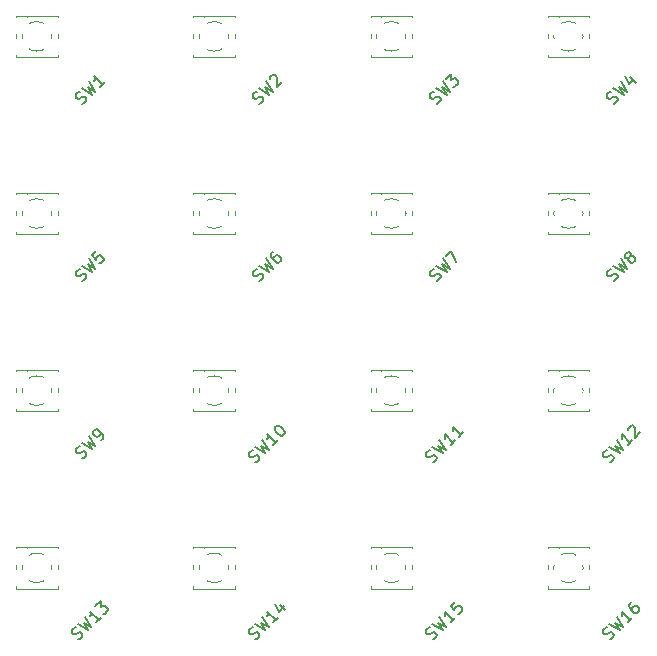
<source format=gto>
G04 #@! TF.FileFunction,Legend,Top*
%FSLAX46Y46*%
G04 Gerber Fmt 4.6, Leading zero omitted, Abs format (unit mm)*
G04 Created by KiCad (PCBNEW 4.0.7-e2-6376~58~ubuntu16.04.1) date Tue Sep 19 16:55:53 2017*
%MOMM*%
%LPD*%
G01*
G04 APERTURE LIST*
%ADD10C,0.100000*%
%ADD11C,0.150000*%
%ADD12C,0.300000*%
%ADD13C,0.700000*%
%ADD14O,0.700000X3.100000*%
%ADD15O,3.100000X0.700000*%
%ADD16O,0.700000X2.400000*%
%ADD17O,1.800000X0.700000*%
%ADD18O,0.700000X1.800000*%
%ADD19R,1.650000X1.350000*%
%ADD20C,2.600000*%
%ADD21C,3.100000*%
G04 APERTURE END LIST*
D10*
X8750000Y52500000D02*
G75*
G03X8750000Y52500000I-1250000J0D01*
G01*
X5750000Y53250000D02*
X6750000Y54250000D01*
X5750000Y54250000D02*
X9250000Y54250000D01*
X5750000Y50750000D02*
X5750000Y54250000D01*
X9250000Y50750000D02*
X5750000Y50750000D01*
X9250000Y54250000D02*
X9250000Y50750000D01*
X23750000Y52500000D02*
G75*
G03X23750000Y52500000I-1250000J0D01*
G01*
X20750000Y53250000D02*
X21750000Y54250000D01*
X20750000Y54250000D02*
X24250000Y54250000D01*
X20750000Y50750000D02*
X20750000Y54250000D01*
X24250000Y50750000D02*
X20750000Y50750000D01*
X24250000Y54250000D02*
X24250000Y50750000D01*
X38750000Y52500000D02*
G75*
G03X38750000Y52500000I-1250000J0D01*
G01*
X35750000Y53250000D02*
X36750000Y54250000D01*
X35750000Y54250000D02*
X39250000Y54250000D01*
X35750000Y50750000D02*
X35750000Y54250000D01*
X39250000Y50750000D02*
X35750000Y50750000D01*
X39250000Y54250000D02*
X39250000Y50750000D01*
X53750000Y52500000D02*
G75*
G03X53750000Y52500000I-1250000J0D01*
G01*
X50750000Y53250000D02*
X51750000Y54250000D01*
X50750000Y54250000D02*
X54250000Y54250000D01*
X50750000Y50750000D02*
X50750000Y54250000D01*
X54250000Y50750000D02*
X50750000Y50750000D01*
X54250000Y54250000D02*
X54250000Y50750000D01*
X8750000Y37500000D02*
G75*
G03X8750000Y37500000I-1250000J0D01*
G01*
X5750000Y38250000D02*
X6750000Y39250000D01*
X5750000Y39250000D02*
X9250000Y39250000D01*
X5750000Y35750000D02*
X5750000Y39250000D01*
X9250000Y35750000D02*
X5750000Y35750000D01*
X9250000Y39250000D02*
X9250000Y35750000D01*
X23750000Y37500000D02*
G75*
G03X23750000Y37500000I-1250000J0D01*
G01*
X20750000Y38250000D02*
X21750000Y39250000D01*
X20750000Y39250000D02*
X24250000Y39250000D01*
X20750000Y35750000D02*
X20750000Y39250000D01*
X24250000Y35750000D02*
X20750000Y35750000D01*
X24250000Y39250000D02*
X24250000Y35750000D01*
X38750000Y37500000D02*
G75*
G03X38750000Y37500000I-1250000J0D01*
G01*
X35750000Y38250000D02*
X36750000Y39250000D01*
X35750000Y39250000D02*
X39250000Y39250000D01*
X35750000Y35750000D02*
X35750000Y39250000D01*
X39250000Y35750000D02*
X35750000Y35750000D01*
X39250000Y39250000D02*
X39250000Y35750000D01*
X53750000Y37500000D02*
G75*
G03X53750000Y37500000I-1250000J0D01*
G01*
X50750000Y38250000D02*
X51750000Y39250000D01*
X50750000Y39250000D02*
X54250000Y39250000D01*
X50750000Y35750000D02*
X50750000Y39250000D01*
X54250000Y35750000D02*
X50750000Y35750000D01*
X54250000Y39250000D02*
X54250000Y35750000D01*
X8750000Y22500000D02*
G75*
G03X8750000Y22500000I-1250000J0D01*
G01*
X5750000Y23250000D02*
X6750000Y24250000D01*
X5750000Y24250000D02*
X9250000Y24250000D01*
X5750000Y20750000D02*
X5750000Y24250000D01*
X9250000Y20750000D02*
X5750000Y20750000D01*
X9250000Y24250000D02*
X9250000Y20750000D01*
X23750000Y22500000D02*
G75*
G03X23750000Y22500000I-1250000J0D01*
G01*
X20750000Y23250000D02*
X21750000Y24250000D01*
X20750000Y24250000D02*
X24250000Y24250000D01*
X20750000Y20750000D02*
X20750000Y24250000D01*
X24250000Y20750000D02*
X20750000Y20750000D01*
X24250000Y24250000D02*
X24250000Y20750000D01*
X38750000Y22500000D02*
G75*
G03X38750000Y22500000I-1250000J0D01*
G01*
X35750000Y23250000D02*
X36750000Y24250000D01*
X35750000Y24250000D02*
X39250000Y24250000D01*
X35750000Y20750000D02*
X35750000Y24250000D01*
X39250000Y20750000D02*
X35750000Y20750000D01*
X39250000Y24250000D02*
X39250000Y20750000D01*
X53750000Y22500000D02*
G75*
G03X53750000Y22500000I-1250000J0D01*
G01*
X50750000Y23250000D02*
X51750000Y24250000D01*
X50750000Y24250000D02*
X54250000Y24250000D01*
X50750000Y20750000D02*
X50750000Y24250000D01*
X54250000Y20750000D02*
X50750000Y20750000D01*
X54250000Y24250000D02*
X54250000Y20750000D01*
X8750000Y7500000D02*
G75*
G03X8750000Y7500000I-1250000J0D01*
G01*
X5750000Y8250000D02*
X6750000Y9250000D01*
X5750000Y9250000D02*
X9250000Y9250000D01*
X5750000Y5750000D02*
X5750000Y9250000D01*
X9250000Y5750000D02*
X5750000Y5750000D01*
X9250000Y9250000D02*
X9250000Y5750000D01*
X23750000Y7500000D02*
G75*
G03X23750000Y7500000I-1250000J0D01*
G01*
X20750000Y8250000D02*
X21750000Y9250000D01*
X20750000Y9250000D02*
X24250000Y9250000D01*
X20750000Y5750000D02*
X20750000Y9250000D01*
X24250000Y5750000D02*
X20750000Y5750000D01*
X24250000Y9250000D02*
X24250000Y5750000D01*
X38750000Y7500000D02*
G75*
G03X38750000Y7500000I-1250000J0D01*
G01*
X35750000Y8250000D02*
X36750000Y9250000D01*
X35750000Y9250000D02*
X39250000Y9250000D01*
X35750000Y5750000D02*
X35750000Y9250000D01*
X39250000Y5750000D02*
X35750000Y5750000D01*
X39250000Y9250000D02*
X39250000Y5750000D01*
X53750000Y7500000D02*
G75*
G03X53750000Y7500000I-1250000J0D01*
G01*
X50750000Y8250000D02*
X51750000Y9250000D01*
X50750000Y9250000D02*
X54250000Y9250000D01*
X50750000Y5750000D02*
X50750000Y9250000D01*
X54250000Y5750000D02*
X50750000Y5750000D01*
X54250000Y9250000D02*
X54250000Y5750000D01*
D11*
X56006683Y16434263D02*
X56141370Y16501607D01*
X56309729Y16669966D01*
X56343401Y16770981D01*
X56343401Y16838325D01*
X56309729Y16939340D01*
X56242386Y17006683D01*
X56141371Y17040355D01*
X56074027Y17040355D01*
X55973012Y17006684D01*
X55804652Y16905668D01*
X55703637Y16871996D01*
X55636294Y16871996D01*
X55535279Y16905668D01*
X55467935Y16973012D01*
X55434263Y17074027D01*
X55434263Y17141370D01*
X55467935Y17242385D01*
X55636294Y17410745D01*
X55770981Y17478088D01*
X55973012Y17747462D02*
X56848477Y17208714D01*
X56478088Y17848478D01*
X57117851Y17478088D01*
X56579103Y18353553D01*
X57925973Y18286210D02*
X57521912Y17882149D01*
X57723942Y18084179D02*
X57016836Y18791286D01*
X57050507Y18622927D01*
X57050507Y18488240D01*
X57016836Y18387225D01*
X57555584Y19195347D02*
X57555584Y19262690D01*
X57589255Y19363706D01*
X57757615Y19532065D01*
X57858630Y19565737D01*
X57925973Y19565737D01*
X58026988Y19532065D01*
X58094332Y19464721D01*
X58161675Y19330035D01*
X58161675Y18521912D01*
X58599408Y18959645D01*
X11343401Y46770981D02*
X11478088Y46838325D01*
X11646447Y47006684D01*
X11680119Y47107699D01*
X11680119Y47175043D01*
X11646447Y47276058D01*
X11579104Y47343401D01*
X11478089Y47377073D01*
X11410745Y47377073D01*
X11309729Y47343402D01*
X11141370Y47242386D01*
X11040355Y47208714D01*
X10973012Y47208714D01*
X10871996Y47242386D01*
X10804653Y47309729D01*
X10770981Y47410745D01*
X10770981Y47478088D01*
X10804653Y47579103D01*
X10973012Y47747462D01*
X11107699Y47814806D01*
X11309729Y48084180D02*
X12185195Y47545431D01*
X11814806Y48185196D01*
X12454569Y47814806D01*
X11915821Y48690271D01*
X13262691Y48622928D02*
X12858630Y48218867D01*
X13060660Y48420897D02*
X12353553Y49128004D01*
X12387225Y48959645D01*
X12387225Y48824958D01*
X12353553Y48723943D01*
X26343401Y46770981D02*
X26478088Y46838325D01*
X26646447Y47006684D01*
X26680119Y47107699D01*
X26680119Y47175043D01*
X26646447Y47276058D01*
X26579104Y47343401D01*
X26478089Y47377073D01*
X26410745Y47377073D01*
X26309729Y47343402D01*
X26141370Y47242386D01*
X26040355Y47208714D01*
X25973012Y47208714D01*
X25871996Y47242386D01*
X25804653Y47309729D01*
X25770981Y47410745D01*
X25770981Y47478088D01*
X25804653Y47579103D01*
X25973012Y47747462D01*
X26107699Y47814806D01*
X26309729Y48084180D02*
X27185195Y47545431D01*
X26814806Y48185196D01*
X27454569Y47814806D01*
X26915821Y48690271D01*
X27218867Y48858630D02*
X27218867Y48925973D01*
X27252538Y49026988D01*
X27420898Y49195348D01*
X27521913Y49229019D01*
X27589256Y49229019D01*
X27690271Y49195348D01*
X27757615Y49128004D01*
X27824958Y48993317D01*
X27824958Y48185195D01*
X28262691Y48622928D01*
X41343401Y46770981D02*
X41478088Y46838325D01*
X41646447Y47006684D01*
X41680119Y47107699D01*
X41680119Y47175043D01*
X41646447Y47276058D01*
X41579104Y47343401D01*
X41478089Y47377073D01*
X41410745Y47377073D01*
X41309729Y47343402D01*
X41141370Y47242386D01*
X41040355Y47208714D01*
X40973012Y47208714D01*
X40871996Y47242386D01*
X40804653Y47309729D01*
X40770981Y47410745D01*
X40770981Y47478088D01*
X40804653Y47579103D01*
X40973012Y47747462D01*
X41107699Y47814806D01*
X41309729Y48084180D02*
X42185195Y47545431D01*
X41814806Y48185196D01*
X42454569Y47814806D01*
X41915821Y48690271D01*
X42117851Y48892302D02*
X42555584Y49330035D01*
X42589255Y48824958D01*
X42690271Y48925974D01*
X42791286Y48959646D01*
X42858630Y48959646D01*
X42959646Y48925973D01*
X43128004Y48757615D01*
X43161676Y48656600D01*
X43161676Y48589256D01*
X43128004Y48488241D01*
X42925973Y48286210D01*
X42824958Y48252538D01*
X42757615Y48252538D01*
X56343401Y46770981D02*
X56478088Y46838325D01*
X56646447Y47006684D01*
X56680119Y47107699D01*
X56680119Y47175043D01*
X56646447Y47276058D01*
X56579104Y47343401D01*
X56478089Y47377073D01*
X56410745Y47377073D01*
X56309729Y47343402D01*
X56141370Y47242386D01*
X56040355Y47208714D01*
X55973012Y47208714D01*
X55871996Y47242386D01*
X55804653Y47309729D01*
X55770981Y47410745D01*
X55770981Y47478088D01*
X55804653Y47579103D01*
X55973012Y47747462D01*
X56107699Y47814806D01*
X56309729Y48084180D02*
X57185195Y47545431D01*
X56814806Y48185196D01*
X57454569Y47814806D01*
X56915821Y48690271D01*
X57723943Y49026989D02*
X58195348Y48555584D01*
X57286210Y49128004D02*
X57622928Y48454569D01*
X58060661Y48892302D01*
X11343401Y31770981D02*
X11478088Y31838325D01*
X11646447Y32006684D01*
X11680119Y32107699D01*
X11680119Y32175043D01*
X11646447Y32276058D01*
X11579104Y32343401D01*
X11478089Y32377073D01*
X11410745Y32377073D01*
X11309729Y32343402D01*
X11141370Y32242386D01*
X11040355Y32208714D01*
X10973012Y32208714D01*
X10871996Y32242386D01*
X10804653Y32309729D01*
X10770981Y32410745D01*
X10770981Y32478088D01*
X10804653Y32579103D01*
X10973012Y32747462D01*
X11107699Y32814806D01*
X11309729Y33084180D02*
X12185195Y32545431D01*
X11814806Y33185196D01*
X12454569Y32814806D01*
X11915821Y33690271D01*
X12521913Y34296363D02*
X12185195Y33959645D01*
X12488240Y33589256D01*
X12488240Y33656600D01*
X12521912Y33757615D01*
X12690271Y33925974D01*
X12791286Y33959646D01*
X12858630Y33959646D01*
X12959646Y33925973D01*
X13128004Y33757615D01*
X13161676Y33656600D01*
X13161676Y33589256D01*
X13128004Y33488241D01*
X12959645Y33319882D01*
X12858630Y33286210D01*
X12791286Y33286210D01*
X26343401Y31770981D02*
X26478088Y31838325D01*
X26646447Y32006684D01*
X26680119Y32107699D01*
X26680119Y32175043D01*
X26646447Y32276058D01*
X26579104Y32343401D01*
X26478089Y32377073D01*
X26410745Y32377073D01*
X26309729Y32343402D01*
X26141370Y32242386D01*
X26040355Y32208714D01*
X25973012Y32208714D01*
X25871996Y32242386D01*
X25804653Y32309729D01*
X25770981Y32410745D01*
X25770981Y32478088D01*
X25804653Y32579103D01*
X25973012Y32747462D01*
X26107699Y32814806D01*
X26309729Y33084180D02*
X27185195Y32545431D01*
X26814806Y33185196D01*
X27454569Y32814806D01*
X26915821Y33690271D01*
X27488241Y34262691D02*
X27353553Y34128004D01*
X27319882Y34026988D01*
X27319882Y33959645D01*
X27353553Y33791286D01*
X27454569Y33622928D01*
X27723943Y33353553D01*
X27824958Y33319882D01*
X27892302Y33319882D01*
X27993317Y33353553D01*
X28128004Y33488241D01*
X28161676Y33589256D01*
X28161676Y33656600D01*
X28128004Y33757615D01*
X27959646Y33925973D01*
X27858630Y33959646D01*
X27791286Y33959646D01*
X27690271Y33925974D01*
X27555584Y33791286D01*
X27521912Y33690271D01*
X27521912Y33622928D01*
X27555584Y33521912D01*
X41343401Y31770981D02*
X41478088Y31838325D01*
X41646447Y32006684D01*
X41680119Y32107699D01*
X41680119Y32175043D01*
X41646447Y32276058D01*
X41579104Y32343401D01*
X41478089Y32377073D01*
X41410745Y32377073D01*
X41309729Y32343402D01*
X41141370Y32242386D01*
X41040355Y32208714D01*
X40973012Y32208714D01*
X40871996Y32242386D01*
X40804653Y32309729D01*
X40770981Y32410745D01*
X40770981Y32478088D01*
X40804653Y32579103D01*
X40973012Y32747462D01*
X41107699Y32814806D01*
X41309729Y33084180D02*
X42185195Y32545431D01*
X41814806Y33185196D01*
X42454569Y32814806D01*
X41915821Y33690271D01*
X42117851Y33892302D02*
X42589256Y34363706D01*
X42993317Y33353553D01*
X56343401Y31770981D02*
X56478088Y31838325D01*
X56646447Y32006684D01*
X56680119Y32107699D01*
X56680119Y32175043D01*
X56646447Y32276058D01*
X56579104Y32343401D01*
X56478089Y32377073D01*
X56410745Y32377073D01*
X56309729Y32343402D01*
X56141370Y32242386D01*
X56040355Y32208714D01*
X55973012Y32208714D01*
X55871996Y32242386D01*
X55804653Y32309729D01*
X55770981Y32410745D01*
X55770981Y32478088D01*
X55804653Y32579103D01*
X55973012Y32747462D01*
X56107699Y32814806D01*
X56309729Y33084180D02*
X57185195Y32545431D01*
X56814806Y33185196D01*
X57454569Y32814806D01*
X56915821Y33690271D01*
X57589255Y33757615D02*
X57488240Y33723943D01*
X57420897Y33723943D01*
X57319882Y33757615D01*
X57286210Y33791286D01*
X57252538Y33892302D01*
X57252538Y33959645D01*
X57286210Y34060660D01*
X57420898Y34195348D01*
X57521913Y34229019D01*
X57589256Y34229019D01*
X57690271Y34195348D01*
X57723943Y34161676D01*
X57757615Y34060661D01*
X57757615Y33993317D01*
X57723943Y33892302D01*
X57589255Y33757615D01*
X57555584Y33656600D01*
X57555584Y33589256D01*
X57589256Y33488240D01*
X57723943Y33353553D01*
X57824958Y33319882D01*
X57892302Y33319882D01*
X57993317Y33353553D01*
X58128004Y33488241D01*
X58161676Y33589256D01*
X58161676Y33656600D01*
X58128004Y33757615D01*
X57993317Y33892302D01*
X57892302Y33925974D01*
X57824958Y33925974D01*
X57723943Y33892302D01*
X11343401Y16770981D02*
X11478088Y16838325D01*
X11646447Y17006684D01*
X11680119Y17107699D01*
X11680119Y17175043D01*
X11646447Y17276058D01*
X11579104Y17343401D01*
X11478089Y17377073D01*
X11410745Y17377073D01*
X11309729Y17343402D01*
X11141370Y17242386D01*
X11040355Y17208714D01*
X10973012Y17208714D01*
X10871996Y17242386D01*
X10804653Y17309729D01*
X10770981Y17410745D01*
X10770981Y17478088D01*
X10804653Y17579103D01*
X10973012Y17747462D01*
X11107699Y17814806D01*
X11309729Y18084180D02*
X12185195Y17545431D01*
X11814806Y18185196D01*
X12454569Y17814806D01*
X11915821Y18690271D01*
X12925973Y18286210D02*
X13060660Y18420897D01*
X13094333Y18521913D01*
X13094333Y18589256D01*
X13060661Y18757615D01*
X12959646Y18925973D01*
X12690271Y19195348D01*
X12589256Y19229019D01*
X12521913Y19229019D01*
X12420898Y19195348D01*
X12286210Y19060660D01*
X12252538Y18959645D01*
X12252538Y18892302D01*
X12286210Y18791286D01*
X12454569Y18622928D01*
X12555584Y18589256D01*
X12622928Y18589255D01*
X12723943Y18622927D01*
X12858631Y18757615D01*
X12892302Y18858630D01*
X12892302Y18925974D01*
X12858630Y19026989D01*
X26006683Y16434263D02*
X26141370Y16501607D01*
X26309729Y16669966D01*
X26343401Y16770981D01*
X26343401Y16838325D01*
X26309729Y16939340D01*
X26242386Y17006683D01*
X26141371Y17040355D01*
X26074027Y17040355D01*
X25973012Y17006684D01*
X25804652Y16905668D01*
X25703637Y16871996D01*
X25636294Y16871996D01*
X25535279Y16905668D01*
X25467935Y16973012D01*
X25434263Y17074027D01*
X25434263Y17141370D01*
X25467935Y17242385D01*
X25636294Y17410745D01*
X25770981Y17478088D01*
X25973012Y17747462D02*
X26848477Y17208714D01*
X26478088Y17848478D01*
X27117851Y17478088D01*
X26579103Y18353553D01*
X27925973Y18286210D02*
X27521912Y17882149D01*
X27723942Y18084179D02*
X27016836Y18791286D01*
X27050507Y18622927D01*
X27050507Y18488240D01*
X27016836Y18387225D01*
X27656599Y19431049D02*
X27723943Y19498393D01*
X27824958Y19532065D01*
X27892302Y19532065D01*
X27993317Y19498393D01*
X28161675Y19397378D01*
X28330035Y19229019D01*
X28431050Y19060660D01*
X28464721Y18959645D01*
X28464721Y18892302D01*
X28431050Y18791286D01*
X28363706Y18723942D01*
X28262690Y18690271D01*
X28195347Y18690271D01*
X28094332Y18723942D01*
X27925973Y18824957D01*
X27757614Y18993317D01*
X27656599Y19161675D01*
X27622927Y19262690D01*
X27622927Y19330034D01*
X27656599Y19431049D01*
X41006683Y16434263D02*
X41141370Y16501607D01*
X41309729Y16669966D01*
X41343401Y16770981D01*
X41343401Y16838325D01*
X41309729Y16939340D01*
X41242386Y17006683D01*
X41141371Y17040355D01*
X41074027Y17040355D01*
X40973012Y17006684D01*
X40804652Y16905668D01*
X40703637Y16871996D01*
X40636294Y16871996D01*
X40535279Y16905668D01*
X40467935Y16973012D01*
X40434263Y17074027D01*
X40434263Y17141370D01*
X40467935Y17242385D01*
X40636294Y17410745D01*
X40770981Y17478088D01*
X40973012Y17747462D02*
X41848477Y17208714D01*
X41478088Y17848478D01*
X42117851Y17478088D01*
X41579103Y18353553D01*
X42925973Y18286210D02*
X42521912Y17882149D01*
X42723942Y18084179D02*
X42016836Y18791286D01*
X42050507Y18622927D01*
X42050507Y18488240D01*
X42016836Y18387225D01*
X43599408Y18959645D02*
X43195347Y18555584D01*
X43397377Y18757614D02*
X42690271Y19464721D01*
X42723942Y19296362D01*
X42723942Y19161675D01*
X42690271Y19060660D01*
X11006683Y1434263D02*
X11141370Y1501607D01*
X11309729Y1669966D01*
X11343401Y1770981D01*
X11343401Y1838325D01*
X11309729Y1939340D01*
X11242386Y2006683D01*
X11141371Y2040355D01*
X11074027Y2040355D01*
X10973012Y2006684D01*
X10804652Y1905668D01*
X10703637Y1871996D01*
X10636294Y1871996D01*
X10535279Y1905668D01*
X10467935Y1973012D01*
X10434263Y2074027D01*
X10434263Y2141370D01*
X10467935Y2242385D01*
X10636294Y2410745D01*
X10770981Y2478088D01*
X10973012Y2747462D02*
X11848477Y2208714D01*
X11478088Y2848478D01*
X12117851Y2478088D01*
X11579103Y3353553D01*
X12925973Y3286210D02*
X12521912Y2882149D01*
X12723942Y3084179D02*
X12016836Y3791286D01*
X12050507Y3622927D01*
X12050507Y3488240D01*
X12016836Y3387225D01*
X12454569Y4229019D02*
X12892302Y4666752D01*
X12925973Y4161675D01*
X13026988Y4262691D01*
X13128004Y4296363D01*
X13195347Y4296363D01*
X13296363Y4262690D01*
X13464721Y4094332D01*
X13498393Y3993317D01*
X13498393Y3925973D01*
X13464721Y3824958D01*
X13262690Y3622927D01*
X13161675Y3589255D01*
X13094332Y3589255D01*
X26006683Y1434263D02*
X26141370Y1501607D01*
X26309729Y1669966D01*
X26343401Y1770981D01*
X26343401Y1838325D01*
X26309729Y1939340D01*
X26242386Y2006683D01*
X26141371Y2040355D01*
X26074027Y2040355D01*
X25973012Y2006684D01*
X25804652Y1905668D01*
X25703637Y1871996D01*
X25636294Y1871996D01*
X25535279Y1905668D01*
X25467935Y1973012D01*
X25434263Y2074027D01*
X25434263Y2141370D01*
X25467935Y2242385D01*
X25636294Y2410745D01*
X25770981Y2478088D01*
X25973012Y2747462D02*
X26848477Y2208714D01*
X26478088Y2848478D01*
X27117851Y2478088D01*
X26579103Y3353553D01*
X27925973Y3286210D02*
X27521912Y2882149D01*
X27723942Y3084179D02*
X27016836Y3791286D01*
X27050507Y3622927D01*
X27050507Y3488240D01*
X27016836Y3387225D01*
X28060660Y4363706D02*
X28532065Y3892302D01*
X27622927Y4464721D02*
X27959645Y3791286D01*
X28397378Y4229019D01*
X41006683Y1434263D02*
X41141370Y1501607D01*
X41309729Y1669966D01*
X41343401Y1770981D01*
X41343401Y1838325D01*
X41309729Y1939340D01*
X41242386Y2006683D01*
X41141371Y2040355D01*
X41074027Y2040355D01*
X40973012Y2006684D01*
X40804652Y1905668D01*
X40703637Y1871996D01*
X40636294Y1871996D01*
X40535279Y1905668D01*
X40467935Y1973012D01*
X40434263Y2074027D01*
X40434263Y2141370D01*
X40467935Y2242385D01*
X40636294Y2410745D01*
X40770981Y2478088D01*
X40973012Y2747462D02*
X41848477Y2208714D01*
X41478088Y2848478D01*
X42117851Y2478088D01*
X41579103Y3353553D01*
X42925973Y3286210D02*
X42521912Y2882149D01*
X42723942Y3084179D02*
X42016836Y3791286D01*
X42050507Y3622927D01*
X42050507Y3488240D01*
X42016836Y3387225D01*
X42858630Y4633080D02*
X42521912Y4296362D01*
X42824957Y3925973D01*
X42824957Y3993317D01*
X42858629Y4094332D01*
X43026988Y4262691D01*
X43128004Y4296363D01*
X43195347Y4296363D01*
X43296363Y4262690D01*
X43464721Y4094332D01*
X43498393Y3993317D01*
X43498393Y3925973D01*
X43464721Y3824958D01*
X43296362Y3656599D01*
X43195347Y3622927D01*
X43128004Y3622927D01*
X56006683Y1434263D02*
X56141370Y1501607D01*
X56309729Y1669966D01*
X56343401Y1770981D01*
X56343401Y1838325D01*
X56309729Y1939340D01*
X56242386Y2006683D01*
X56141371Y2040355D01*
X56074027Y2040355D01*
X55973012Y2006684D01*
X55804652Y1905668D01*
X55703637Y1871996D01*
X55636294Y1871996D01*
X55535279Y1905668D01*
X55467935Y1973012D01*
X55434263Y2074027D01*
X55434263Y2141370D01*
X55467935Y2242385D01*
X55636294Y2410745D01*
X55770981Y2478088D01*
X55973012Y2747462D02*
X56848477Y2208714D01*
X56478088Y2848478D01*
X57117851Y2478088D01*
X56579103Y3353553D01*
X57925973Y3286210D02*
X57521912Y2882149D01*
X57723942Y3084179D02*
X57016836Y3791286D01*
X57050507Y3622927D01*
X57050507Y3488240D01*
X57016836Y3387225D01*
X57824958Y4599408D02*
X57690271Y4464721D01*
X57656599Y4363706D01*
X57656599Y4296362D01*
X57690271Y4128004D01*
X57791286Y3959645D01*
X58060660Y3690271D01*
X58161675Y3656599D01*
X58229019Y3656599D01*
X58330034Y3690271D01*
X58464721Y3824958D01*
X58498393Y3925973D01*
X58498393Y3993317D01*
X58464721Y4094332D01*
X58296363Y4262690D01*
X58195347Y4296363D01*
X58128004Y4296363D01*
X58026988Y4262691D01*
X57892301Y4128004D01*
X57858629Y4026988D01*
X57858629Y3959645D01*
X57892302Y3858629D01*
%LPC*%
D12*
X57250000Y22500000D02*
G75*
G03X57250000Y22500000I-4750000J0D01*
G01*
X57000000Y22500000D02*
G75*
G03X57000000Y22500000I-4500000J0D01*
G01*
X56750000Y22500000D02*
G75*
G03X56750000Y22500000I-4250000J0D01*
G01*
X56500000Y22500000D02*
G75*
G03X56500000Y22500000I-4000000J0D01*
G01*
X56258324Y22500000D02*
G75*
G03X56258324Y22500000I-3758324J0D01*
G01*
X56000000Y22500000D02*
G75*
G03X56000000Y22500000I-3500000J0D01*
G01*
X55750000Y22500000D02*
G75*
G03X55750000Y22500000I-3250000J0D01*
G01*
X12250000Y52500000D02*
G75*
G03X12250000Y52500000I-4750000J0D01*
G01*
X12000000Y52500000D02*
G75*
G03X12000000Y52500000I-4500000J0D01*
G01*
X11750000Y52500000D02*
G75*
G03X11750000Y52500000I-4250000J0D01*
G01*
X11500000Y52500000D02*
G75*
G03X11500000Y52500000I-4000000J0D01*
G01*
X11258324Y52500000D02*
G75*
G03X11258324Y52500000I-3758324J0D01*
G01*
X11000000Y52500000D02*
G75*
G03X11000000Y52500000I-3500000J0D01*
G01*
X10750000Y52500000D02*
G75*
G03X10750000Y52500000I-3250000J0D01*
G01*
X27250000Y52500000D02*
G75*
G03X27250000Y52500000I-4750000J0D01*
G01*
X27000000Y52500000D02*
G75*
G03X27000000Y52500000I-4500000J0D01*
G01*
X26750000Y52500000D02*
G75*
G03X26750000Y52500000I-4250000J0D01*
G01*
X26500000Y52500000D02*
G75*
G03X26500000Y52500000I-4000000J0D01*
G01*
X26258324Y52500000D02*
G75*
G03X26258324Y52500000I-3758324J0D01*
G01*
X26000000Y52500000D02*
G75*
G03X26000000Y52500000I-3500000J0D01*
G01*
X25750000Y52500000D02*
G75*
G03X25750000Y52500000I-3250000J0D01*
G01*
X42250000Y52500000D02*
G75*
G03X42250000Y52500000I-4750000J0D01*
G01*
X42000000Y52500000D02*
G75*
G03X42000000Y52500000I-4500000J0D01*
G01*
X41750000Y52500000D02*
G75*
G03X41750000Y52500000I-4250000J0D01*
G01*
X41500000Y52500000D02*
G75*
G03X41500000Y52500000I-4000000J0D01*
G01*
X41258324Y52500000D02*
G75*
G03X41258324Y52500000I-3758324J0D01*
G01*
X41000000Y52500000D02*
G75*
G03X41000000Y52500000I-3500000J0D01*
G01*
X40750000Y52500000D02*
G75*
G03X40750000Y52500000I-3250000J0D01*
G01*
X57250000Y52500000D02*
G75*
G03X57250000Y52500000I-4750000J0D01*
G01*
X57000000Y52500000D02*
G75*
G03X57000000Y52500000I-4500000J0D01*
G01*
X56750000Y52500000D02*
G75*
G03X56750000Y52500000I-4250000J0D01*
G01*
X56500000Y52500000D02*
G75*
G03X56500000Y52500000I-4000000J0D01*
G01*
X56258324Y52500000D02*
G75*
G03X56258324Y52500000I-3758324J0D01*
G01*
X56000000Y52500000D02*
G75*
G03X56000000Y52500000I-3500000J0D01*
G01*
X55750000Y52500000D02*
G75*
G03X55750000Y52500000I-3250000J0D01*
G01*
X12250000Y37500000D02*
G75*
G03X12250000Y37500000I-4750000J0D01*
G01*
X12000000Y37500000D02*
G75*
G03X12000000Y37500000I-4500000J0D01*
G01*
X11750000Y37500000D02*
G75*
G03X11750000Y37500000I-4250000J0D01*
G01*
X11500000Y37500000D02*
G75*
G03X11500000Y37500000I-4000000J0D01*
G01*
X11258324Y37500000D02*
G75*
G03X11258324Y37500000I-3758324J0D01*
G01*
X11000000Y37500000D02*
G75*
G03X11000000Y37500000I-3500000J0D01*
G01*
X10750000Y37500000D02*
G75*
G03X10750000Y37500000I-3250000J0D01*
G01*
X27250000Y37500000D02*
G75*
G03X27250000Y37500000I-4750000J0D01*
G01*
X27000000Y37500000D02*
G75*
G03X27000000Y37500000I-4500000J0D01*
G01*
X26750000Y37500000D02*
G75*
G03X26750000Y37500000I-4250000J0D01*
G01*
X26500000Y37500000D02*
G75*
G03X26500000Y37500000I-4000000J0D01*
G01*
X26258324Y37500000D02*
G75*
G03X26258324Y37500000I-3758324J0D01*
G01*
X26000000Y37500000D02*
G75*
G03X26000000Y37500000I-3500000J0D01*
G01*
X25750000Y37500000D02*
G75*
G03X25750000Y37500000I-3250000J0D01*
G01*
X42250000Y37500000D02*
G75*
G03X42250000Y37500000I-4750000J0D01*
G01*
X42000000Y37500000D02*
G75*
G03X42000000Y37500000I-4500000J0D01*
G01*
X41750000Y37500000D02*
G75*
G03X41750000Y37500000I-4250000J0D01*
G01*
X41500000Y37500000D02*
G75*
G03X41500000Y37500000I-4000000J0D01*
G01*
X41258324Y37500000D02*
G75*
G03X41258324Y37500000I-3758324J0D01*
G01*
X41000000Y37500000D02*
G75*
G03X41000000Y37500000I-3500000J0D01*
G01*
X40750000Y37500000D02*
G75*
G03X40750000Y37500000I-3250000J0D01*
G01*
X57250000Y37500000D02*
G75*
G03X57250000Y37500000I-4750000J0D01*
G01*
X57000000Y37500000D02*
G75*
G03X57000000Y37500000I-4500000J0D01*
G01*
X56750000Y37500000D02*
G75*
G03X56750000Y37500000I-4250000J0D01*
G01*
X56500000Y37500000D02*
G75*
G03X56500000Y37500000I-4000000J0D01*
G01*
X56258324Y37500000D02*
G75*
G03X56258324Y37500000I-3758324J0D01*
G01*
X56000000Y37500000D02*
G75*
G03X56000000Y37500000I-3500000J0D01*
G01*
X55750000Y37500000D02*
G75*
G03X55750000Y37500000I-3250000J0D01*
G01*
X12250000Y22500000D02*
G75*
G03X12250000Y22500000I-4750000J0D01*
G01*
X12000000Y22500000D02*
G75*
G03X12000000Y22500000I-4500000J0D01*
G01*
X11750000Y22500000D02*
G75*
G03X11750000Y22500000I-4250000J0D01*
G01*
X11500000Y22500000D02*
G75*
G03X11500000Y22500000I-4000000J0D01*
G01*
X11258324Y22500000D02*
G75*
G03X11258324Y22500000I-3758324J0D01*
G01*
X11000000Y22500000D02*
G75*
G03X11000000Y22500000I-3500000J0D01*
G01*
X10750000Y22500000D02*
G75*
G03X10750000Y22500000I-3250000J0D01*
G01*
X27250000Y22500000D02*
G75*
G03X27250000Y22500000I-4750000J0D01*
G01*
X27000000Y22500000D02*
G75*
G03X27000000Y22500000I-4500000J0D01*
G01*
X26750000Y22500000D02*
G75*
G03X26750000Y22500000I-4250000J0D01*
G01*
X26500000Y22500000D02*
G75*
G03X26500000Y22500000I-4000000J0D01*
G01*
X26258324Y22500000D02*
G75*
G03X26258324Y22500000I-3758324J0D01*
G01*
X26000000Y22500000D02*
G75*
G03X26000000Y22500000I-3500000J0D01*
G01*
X25750000Y22500000D02*
G75*
G03X25750000Y22500000I-3250000J0D01*
G01*
X42250000Y22500000D02*
G75*
G03X42250000Y22500000I-4750000J0D01*
G01*
X42000000Y22500000D02*
G75*
G03X42000000Y22500000I-4500000J0D01*
G01*
X41750000Y22500000D02*
G75*
G03X41750000Y22500000I-4250000J0D01*
G01*
X41500000Y22500000D02*
G75*
G03X41500000Y22500000I-4000000J0D01*
G01*
X41258324Y22500000D02*
G75*
G03X41258324Y22500000I-3758324J0D01*
G01*
X41000000Y22500000D02*
G75*
G03X41000000Y22500000I-3500000J0D01*
G01*
X40750000Y22500000D02*
G75*
G03X40750000Y22500000I-3250000J0D01*
G01*
X12250000Y7500000D02*
G75*
G03X12250000Y7500000I-4750000J0D01*
G01*
X12000000Y7500000D02*
G75*
G03X12000000Y7500000I-4500000J0D01*
G01*
X11750000Y7500000D02*
G75*
G03X11750000Y7500000I-4250000J0D01*
G01*
X11500000Y7500000D02*
G75*
G03X11500000Y7500000I-4000000J0D01*
G01*
X11258324Y7500000D02*
G75*
G03X11258324Y7500000I-3758324J0D01*
G01*
X11000000Y7500000D02*
G75*
G03X11000000Y7500000I-3500000J0D01*
G01*
X10750000Y7500000D02*
G75*
G03X10750000Y7500000I-3250000J0D01*
G01*
X27250000Y7500000D02*
G75*
G03X27250000Y7500000I-4750000J0D01*
G01*
X27000000Y7500000D02*
G75*
G03X27000000Y7500000I-4500000J0D01*
G01*
X26750000Y7500000D02*
G75*
G03X26750000Y7500000I-4250000J0D01*
G01*
X26500000Y7500000D02*
G75*
G03X26500000Y7500000I-4000000J0D01*
G01*
X26258324Y7500000D02*
G75*
G03X26258324Y7500000I-3758324J0D01*
G01*
X26000000Y7500000D02*
G75*
G03X26000000Y7500000I-3500000J0D01*
G01*
X25750000Y7500000D02*
G75*
G03X25750000Y7500000I-3250000J0D01*
G01*
X42250000Y7500000D02*
G75*
G03X42250000Y7500000I-4750000J0D01*
G01*
X42000000Y7500000D02*
G75*
G03X42000000Y7500000I-4500000J0D01*
G01*
X41750000Y7500000D02*
G75*
G03X41750000Y7500000I-4250000J0D01*
G01*
X41500000Y7500000D02*
G75*
G03X41500000Y7500000I-4000000J0D01*
G01*
X41258324Y7500000D02*
G75*
G03X41258324Y7500000I-3758324J0D01*
G01*
X41000000Y7500000D02*
G75*
G03X41000000Y7500000I-3500000J0D01*
G01*
X40750000Y7500000D02*
G75*
G03X40750000Y7500000I-3250000J0D01*
G01*
X57250000Y7500000D02*
G75*
G03X57250000Y7500000I-4750000J0D01*
G01*
X57000000Y7500000D02*
G75*
G03X57000000Y7500000I-4500000J0D01*
G01*
X56750000Y7500000D02*
G75*
G03X56750000Y7500000I-4250000J0D01*
G01*
X56500000Y7500000D02*
G75*
G03X56500000Y7500000I-4000000J0D01*
G01*
X56258324Y7500000D02*
G75*
G03X56258324Y7500000I-3758324J0D01*
G01*
X56000000Y7500000D02*
G75*
G03X56000000Y7500000I-3500000J0D01*
G01*
X55750000Y7500000D02*
G75*
G03X55750000Y7500000I-3250000J0D01*
G01*
D13*
X52539072Y25543595D02*
X53987960Y25155367D01*
X51012040Y25155367D02*
X52460928Y25543595D01*
X49883705Y24055635D02*
X50944365Y25116295D01*
X49456405Y22539072D02*
X49844633Y23987960D01*
X49844633Y21012040D02*
X49456405Y22460928D01*
X50944365Y19883705D02*
X49883705Y20944365D01*
X52460928Y19456405D02*
X51012040Y19844633D01*
X53987960Y19844633D02*
X52539072Y19456405D01*
X55116295Y20944365D02*
X54055635Y19883705D01*
X55543595Y22460928D02*
X55155367Y21012040D01*
X55155367Y23987960D02*
X55543595Y22539072D01*
X54055635Y25116295D02*
X55116295Y24055635D01*
X53405867Y25880741D02*
X53716449Y27039851D01*
X49085770Y26013621D02*
X51164230Y27213621D01*
X47786379Y23835771D02*
X48986379Y25914231D01*
D14*
X47750000Y22500001D03*
D13*
X48986379Y19085770D02*
X47786379Y21164230D01*
X51164229Y17786379D02*
X49085769Y18986379D01*
D15*
X52499999Y17750000D03*
D13*
X55914230Y18986379D02*
X53835770Y17786379D01*
X57213621Y21164229D02*
X56013621Y19085769D01*
D14*
X57250000Y22499999D03*
D13*
X56013621Y25914230D02*
X57213621Y23835770D01*
X53835771Y27213621D02*
X55914231Y26013621D01*
D16*
X52500001Y26500000D03*
D13*
X51594133Y25880741D02*
X51283551Y27039851D01*
X50025126Y24974874D02*
X49176598Y25823402D01*
X49119259Y23405867D02*
X47960149Y23716449D01*
X49119259Y21594133D02*
X47960149Y21283551D01*
X50025126Y20025126D02*
X49176598Y19176598D01*
X51594133Y19119259D02*
X51283551Y17960149D01*
X53405867Y19119259D02*
X53716449Y17960149D01*
X54974874Y20025126D02*
X55823402Y19176598D01*
X55880741Y21594133D02*
X57039851Y21283551D01*
X55880741Y23405867D02*
X57039851Y23716449D01*
X54974874Y24974874D02*
X55823402Y25823402D01*
X54050000Y25184678D02*
X54600000Y26137306D01*
X55184679Y24049999D02*
X56137307Y24599999D01*
D17*
X56150000Y22500000D03*
D13*
X55184678Y20950000D02*
X56137306Y20400000D01*
X54049999Y19815321D02*
X54599999Y18862693D01*
D18*
X52500000Y18850000D03*
D13*
X50950000Y19815322D02*
X50400000Y18862694D01*
X49815321Y20950001D02*
X48862693Y20400001D01*
D17*
X48850000Y22500000D03*
D13*
X49815322Y24050000D02*
X48862694Y24600000D01*
X50950001Y25184679D02*
X50400001Y26137307D01*
D19*
X8900000Y53375000D03*
X8900000Y51625000D03*
X6100000Y51625000D03*
X6100000Y53375000D03*
X23900000Y53375000D03*
X23900000Y51625000D03*
X21100000Y51625000D03*
X21100000Y53375000D03*
X38900000Y53375000D03*
X38900000Y51625000D03*
X36100000Y51625000D03*
X36100000Y53375000D03*
X53900000Y53375000D03*
X53900000Y51625000D03*
X51100000Y51625000D03*
X51100000Y53375000D03*
X8900000Y38375000D03*
X8900000Y36625000D03*
X6100000Y36625000D03*
X6100000Y38375000D03*
X23900000Y38375000D03*
X23900000Y36625000D03*
X21100000Y36625000D03*
X21100000Y38375000D03*
X38900000Y38375000D03*
X38900000Y36625000D03*
X36100000Y36625000D03*
X36100000Y38375000D03*
X53900000Y38375000D03*
X53900000Y36625000D03*
X51100000Y36625000D03*
X51100000Y38375000D03*
X8900000Y23375000D03*
X8900000Y21625000D03*
X6100000Y21625000D03*
X6100000Y23375000D03*
X23900000Y23375000D03*
X23900000Y21625000D03*
X21100000Y21625000D03*
X21100000Y23375000D03*
X38900000Y23375000D03*
X38900000Y21625000D03*
X36100000Y21625000D03*
X36100000Y23375000D03*
X53900000Y23375000D03*
X53900000Y21625000D03*
X51100000Y21625000D03*
X51100000Y23375000D03*
X8900000Y8375000D03*
X8900000Y6625000D03*
X6100000Y6625000D03*
X6100000Y8375000D03*
X23900000Y8375000D03*
X23900000Y6625000D03*
X21100000Y6625000D03*
X21100000Y8375000D03*
X38900000Y8375000D03*
X38900000Y6625000D03*
X36100000Y6625000D03*
X36100000Y8375000D03*
X53900000Y8375000D03*
X53900000Y6625000D03*
X51100000Y6625000D03*
X51100000Y8375000D03*
D20*
X15000000Y45000000D03*
X45000000Y45000000D03*
X15000000Y15000000D03*
X45000000Y15000000D03*
D21*
X2000000Y45000000D03*
X28000000Y45000000D03*
X32000000Y45000000D03*
X58000000Y45000000D03*
X2000000Y15000000D03*
X28000000Y15000000D03*
X32000000Y15000000D03*
X58000000Y15000000D03*
D13*
X7460928Y49456405D02*
X6012040Y49844633D01*
X8987960Y49844633D02*
X7539072Y49456405D01*
X10116295Y50944365D02*
X9055635Y49883705D01*
X10543595Y52460928D02*
X10155367Y51012040D01*
X10155367Y53987960D02*
X10543595Y52539072D01*
X9055635Y55116295D02*
X10116295Y54055635D01*
X7539072Y55543595D02*
X8987960Y55155367D01*
X6012040Y55155367D02*
X7460928Y55543595D01*
X4883705Y54055635D02*
X5944365Y55116295D01*
X4456405Y52539072D02*
X4844633Y53987960D01*
X4844633Y51012040D02*
X4456405Y52460928D01*
X5944365Y49883705D02*
X4883705Y50944365D01*
X6594133Y49119259D02*
X6283551Y47960149D01*
X10914230Y48986379D02*
X8835770Y47786379D01*
X12213621Y51164229D02*
X11013621Y49085769D01*
D14*
X12250000Y52499999D03*
D13*
X11013621Y55914230D02*
X12213621Y53835770D01*
X8835771Y57213621D02*
X10914231Y56013621D01*
D15*
X7500001Y57250000D03*
D13*
X4085770Y56013621D02*
X6164230Y57213621D01*
X2786379Y53835771D02*
X3986379Y55914231D01*
D14*
X2750000Y52500001D03*
D13*
X3986379Y49085770D02*
X2786379Y51164230D01*
X6164229Y47786379D02*
X4085769Y48986379D01*
D16*
X7499999Y48500000D03*
D13*
X8405867Y49119259D02*
X8716449Y47960149D01*
X9974874Y50025126D02*
X10823402Y49176598D01*
X10880741Y51594133D02*
X12039851Y51283551D01*
X10880741Y53405867D02*
X12039851Y53716449D01*
X9974874Y54974874D02*
X10823402Y55823402D01*
X8405867Y55880741D02*
X8716449Y57039851D01*
X6594133Y55880741D02*
X6283551Y57039851D01*
X5025126Y54974874D02*
X4176598Y55823402D01*
X4119259Y53405867D02*
X2960149Y53716449D01*
X4119259Y51594133D02*
X2960149Y51283551D01*
X5025126Y50025126D02*
X4176598Y49176598D01*
X5950000Y49815322D02*
X5400000Y48862694D01*
X4815321Y50950001D02*
X3862693Y50400001D01*
D17*
X3850000Y52500000D03*
D13*
X4815322Y54050000D02*
X3862694Y54600000D01*
X5950001Y55184679D02*
X5400001Y56137307D01*
D18*
X7500000Y56150000D03*
D13*
X9050000Y55184678D02*
X9600000Y56137306D01*
X10184679Y54049999D02*
X11137307Y54599999D01*
D17*
X11150000Y52500000D03*
D13*
X10184678Y50950000D02*
X11137306Y50400000D01*
X9049999Y49815321D02*
X9599999Y48862693D01*
X22460928Y49456405D02*
X21012040Y49844633D01*
X23987960Y49844633D02*
X22539072Y49456405D01*
X25116295Y50944365D02*
X24055635Y49883705D01*
X25543595Y52460928D02*
X25155367Y51012040D01*
X25155367Y53987960D02*
X25543595Y52539072D01*
X24055635Y55116295D02*
X25116295Y54055635D01*
X22539072Y55543595D02*
X23987960Y55155367D01*
X21012040Y55155367D02*
X22460928Y55543595D01*
X19883705Y54055635D02*
X20944365Y55116295D01*
X19456405Y52539072D02*
X19844633Y53987960D01*
X19844633Y51012040D02*
X19456405Y52460928D01*
X20944365Y49883705D02*
X19883705Y50944365D01*
X21594133Y49119259D02*
X21283551Y47960149D01*
X25914230Y48986379D02*
X23835770Y47786379D01*
X27213621Y51164229D02*
X26013621Y49085769D01*
D14*
X27250000Y52499999D03*
D13*
X26013621Y55914230D02*
X27213621Y53835770D01*
X23835771Y57213621D02*
X25914231Y56013621D01*
D15*
X22500001Y57250000D03*
D13*
X19085770Y56013621D02*
X21164230Y57213621D01*
X17786379Y53835771D02*
X18986379Y55914231D01*
D14*
X17750000Y52500001D03*
D13*
X18986379Y49085770D02*
X17786379Y51164230D01*
X21164229Y47786379D02*
X19085769Y48986379D01*
D16*
X22499999Y48500000D03*
D13*
X23405867Y49119259D02*
X23716449Y47960149D01*
X24974874Y50025126D02*
X25823402Y49176598D01*
X25880741Y51594133D02*
X27039851Y51283551D01*
X25880741Y53405867D02*
X27039851Y53716449D01*
X24974874Y54974874D02*
X25823402Y55823402D01*
X23405867Y55880741D02*
X23716449Y57039851D01*
X21594133Y55880741D02*
X21283551Y57039851D01*
X20025126Y54974874D02*
X19176598Y55823402D01*
X19119259Y53405867D02*
X17960149Y53716449D01*
X19119259Y51594133D02*
X17960149Y51283551D01*
X20025126Y50025126D02*
X19176598Y49176598D01*
X20950000Y49815322D02*
X20400000Y48862694D01*
X19815321Y50950001D02*
X18862693Y50400001D01*
D17*
X18850000Y52500000D03*
D13*
X19815322Y54050000D02*
X18862694Y54600000D01*
X20950001Y55184679D02*
X20400001Y56137307D01*
D18*
X22500000Y56150000D03*
D13*
X24050000Y55184678D02*
X24600000Y56137306D01*
X25184679Y54049999D02*
X26137307Y54599999D01*
D17*
X26150000Y52500000D03*
D13*
X25184678Y50950000D02*
X26137306Y50400000D01*
X24049999Y49815321D02*
X24599999Y48862693D01*
X37460928Y49456405D02*
X36012040Y49844633D01*
X38987960Y49844633D02*
X37539072Y49456405D01*
X40116295Y50944365D02*
X39055635Y49883705D01*
X40543595Y52460928D02*
X40155367Y51012040D01*
X40155367Y53987960D02*
X40543595Y52539072D01*
X39055635Y55116295D02*
X40116295Y54055635D01*
X37539072Y55543595D02*
X38987960Y55155367D01*
X36012040Y55155367D02*
X37460928Y55543595D01*
X34883705Y54055635D02*
X35944365Y55116295D01*
X34456405Y52539072D02*
X34844633Y53987960D01*
X34844633Y51012040D02*
X34456405Y52460928D01*
X35944365Y49883705D02*
X34883705Y50944365D01*
X36594133Y49119259D02*
X36283551Y47960149D01*
X40914230Y48986379D02*
X38835770Y47786379D01*
X42213621Y51164229D02*
X41013621Y49085769D01*
D14*
X42250000Y52499999D03*
D13*
X41013621Y55914230D02*
X42213621Y53835770D01*
X38835771Y57213621D02*
X40914231Y56013621D01*
D15*
X37500001Y57250000D03*
D13*
X34085770Y56013621D02*
X36164230Y57213621D01*
X32786379Y53835771D02*
X33986379Y55914231D01*
D14*
X32750000Y52500001D03*
D13*
X33986379Y49085770D02*
X32786379Y51164230D01*
X36164229Y47786379D02*
X34085769Y48986379D01*
D16*
X37499999Y48500000D03*
D13*
X38405867Y49119259D02*
X38716449Y47960149D01*
X39974874Y50025126D02*
X40823402Y49176598D01*
X40880741Y51594133D02*
X42039851Y51283551D01*
X40880741Y53405867D02*
X42039851Y53716449D01*
X39974874Y54974874D02*
X40823402Y55823402D01*
X38405867Y55880741D02*
X38716449Y57039851D01*
X36594133Y55880741D02*
X36283551Y57039851D01*
X35025126Y54974874D02*
X34176598Y55823402D01*
X34119259Y53405867D02*
X32960149Y53716449D01*
X34119259Y51594133D02*
X32960149Y51283551D01*
X35025126Y50025126D02*
X34176598Y49176598D01*
X35950000Y49815322D02*
X35400000Y48862694D01*
X34815321Y50950001D02*
X33862693Y50400001D01*
D17*
X33850000Y52500000D03*
D13*
X34815322Y54050000D02*
X33862694Y54600000D01*
X35950001Y55184679D02*
X35400001Y56137307D01*
D18*
X37500000Y56150000D03*
D13*
X39050000Y55184678D02*
X39600000Y56137306D01*
X40184679Y54049999D02*
X41137307Y54599999D01*
D17*
X41150000Y52500000D03*
D13*
X40184678Y50950000D02*
X41137306Y50400000D01*
X39049999Y49815321D02*
X39599999Y48862693D01*
X52460928Y49456405D02*
X51012040Y49844633D01*
X53987960Y49844633D02*
X52539072Y49456405D01*
X55116295Y50944365D02*
X54055635Y49883705D01*
X55543595Y52460928D02*
X55155367Y51012040D01*
X55155367Y53987960D02*
X55543595Y52539072D01*
X54055635Y55116295D02*
X55116295Y54055635D01*
X52539072Y55543595D02*
X53987960Y55155367D01*
X51012040Y55155367D02*
X52460928Y55543595D01*
X49883705Y54055635D02*
X50944365Y55116295D01*
X49456405Y52539072D02*
X49844633Y53987960D01*
X49844633Y51012040D02*
X49456405Y52460928D01*
X50944365Y49883705D02*
X49883705Y50944365D01*
X51594133Y49119259D02*
X51283551Y47960149D01*
X55914230Y48986379D02*
X53835770Y47786379D01*
X57213621Y51164229D02*
X56013621Y49085769D01*
D14*
X57250000Y52499999D03*
D13*
X56013621Y55914230D02*
X57213621Y53835770D01*
X53835771Y57213621D02*
X55914231Y56013621D01*
D15*
X52500001Y57250000D03*
D13*
X49085770Y56013621D02*
X51164230Y57213621D01*
X47786379Y53835771D02*
X48986379Y55914231D01*
D14*
X47750000Y52500001D03*
D13*
X48986379Y49085770D02*
X47786379Y51164230D01*
X51164229Y47786379D02*
X49085769Y48986379D01*
D16*
X52499999Y48500000D03*
D13*
X53405867Y49119259D02*
X53716449Y47960149D01*
X54974874Y50025126D02*
X55823402Y49176598D01*
X55880741Y51594133D02*
X57039851Y51283551D01*
X55880741Y53405867D02*
X57039851Y53716449D01*
X54974874Y54974874D02*
X55823402Y55823402D01*
X53405867Y55880741D02*
X53716449Y57039851D01*
X51594133Y55880741D02*
X51283551Y57039851D01*
X50025126Y54974874D02*
X49176598Y55823402D01*
X49119259Y53405867D02*
X47960149Y53716449D01*
X49119259Y51594133D02*
X47960149Y51283551D01*
X50025126Y50025126D02*
X49176598Y49176598D01*
X50950000Y49815322D02*
X50400000Y48862694D01*
X49815321Y50950001D02*
X48862693Y50400001D01*
D17*
X48850000Y52500000D03*
D13*
X49815322Y54050000D02*
X48862694Y54600000D01*
X50950001Y55184679D02*
X50400001Y56137307D01*
D18*
X52500000Y56150000D03*
D13*
X54050000Y55184678D02*
X54600000Y56137306D01*
X55184679Y54049999D02*
X56137307Y54599999D01*
D17*
X56150000Y52500000D03*
D13*
X55184678Y50950000D02*
X56137306Y50400000D01*
X54049999Y49815321D02*
X54599999Y48862693D01*
X7460928Y34456405D02*
X6012040Y34844633D01*
X8987960Y34844633D02*
X7539072Y34456405D01*
X10116295Y35944365D02*
X9055635Y34883705D01*
X10543595Y37460928D02*
X10155367Y36012040D01*
X10155367Y38987960D02*
X10543595Y37539072D01*
X9055635Y40116295D02*
X10116295Y39055635D01*
X7539072Y40543595D02*
X8987960Y40155367D01*
X6012040Y40155367D02*
X7460928Y40543595D01*
X4883705Y39055635D02*
X5944365Y40116295D01*
X4456405Y37539072D02*
X4844633Y38987960D01*
X4844633Y36012040D02*
X4456405Y37460928D01*
X5944365Y34883705D02*
X4883705Y35944365D01*
X6594133Y34119259D02*
X6283551Y32960149D01*
X10914230Y33986379D02*
X8835770Y32786379D01*
X12213621Y36164229D02*
X11013621Y34085769D01*
D14*
X12250000Y37499999D03*
D13*
X11013621Y40914230D02*
X12213621Y38835770D01*
X8835771Y42213621D02*
X10914231Y41013621D01*
D15*
X7500001Y42250000D03*
D13*
X4085770Y41013621D02*
X6164230Y42213621D01*
X2786379Y38835771D02*
X3986379Y40914231D01*
D14*
X2750000Y37500001D03*
D13*
X3986379Y34085770D02*
X2786379Y36164230D01*
X6164229Y32786379D02*
X4085769Y33986379D01*
D16*
X7499999Y33500000D03*
D13*
X8405867Y34119259D02*
X8716449Y32960149D01*
X9974874Y35025126D02*
X10823402Y34176598D01*
X10880741Y36594133D02*
X12039851Y36283551D01*
X10880741Y38405867D02*
X12039851Y38716449D01*
X9974874Y39974874D02*
X10823402Y40823402D01*
X8405867Y40880741D02*
X8716449Y42039851D01*
X6594133Y40880741D02*
X6283551Y42039851D01*
X5025126Y39974874D02*
X4176598Y40823402D01*
X4119259Y38405867D02*
X2960149Y38716449D01*
X4119259Y36594133D02*
X2960149Y36283551D01*
X5025126Y35025126D02*
X4176598Y34176598D01*
X5950000Y34815322D02*
X5400000Y33862694D01*
X4815321Y35950001D02*
X3862693Y35400001D01*
D17*
X3850000Y37500000D03*
D13*
X4815322Y39050000D02*
X3862694Y39600000D01*
X5950001Y40184679D02*
X5400001Y41137307D01*
D18*
X7500000Y41150000D03*
D13*
X9050000Y40184678D02*
X9600000Y41137306D01*
X10184679Y39049999D02*
X11137307Y39599999D01*
D17*
X11150000Y37500000D03*
D13*
X10184678Y35950000D02*
X11137306Y35400000D01*
X9049999Y34815321D02*
X9599999Y33862693D01*
X22460928Y34456405D02*
X21012040Y34844633D01*
X23987960Y34844633D02*
X22539072Y34456405D01*
X25116295Y35944365D02*
X24055635Y34883705D01*
X25543595Y37460928D02*
X25155367Y36012040D01*
X25155367Y38987960D02*
X25543595Y37539072D01*
X24055635Y40116295D02*
X25116295Y39055635D01*
X22539072Y40543595D02*
X23987960Y40155367D01*
X21012040Y40155367D02*
X22460928Y40543595D01*
X19883705Y39055635D02*
X20944365Y40116295D01*
X19456405Y37539072D02*
X19844633Y38987960D01*
X19844633Y36012040D02*
X19456405Y37460928D01*
X20944365Y34883705D02*
X19883705Y35944365D01*
X21594133Y34119259D02*
X21283551Y32960149D01*
X25914230Y33986379D02*
X23835770Y32786379D01*
X27213621Y36164229D02*
X26013621Y34085769D01*
D14*
X27250000Y37499999D03*
D13*
X26013621Y40914230D02*
X27213621Y38835770D01*
X23835771Y42213621D02*
X25914231Y41013621D01*
D15*
X22500001Y42250000D03*
D13*
X19085770Y41013621D02*
X21164230Y42213621D01*
X17786379Y38835771D02*
X18986379Y40914231D01*
D14*
X17750000Y37500001D03*
D13*
X18986379Y34085770D02*
X17786379Y36164230D01*
X21164229Y32786379D02*
X19085769Y33986379D01*
D16*
X22499999Y33500000D03*
D13*
X23405867Y34119259D02*
X23716449Y32960149D01*
X24974874Y35025126D02*
X25823402Y34176598D01*
X25880741Y36594133D02*
X27039851Y36283551D01*
X25880741Y38405867D02*
X27039851Y38716449D01*
X24974874Y39974874D02*
X25823402Y40823402D01*
X23405867Y40880741D02*
X23716449Y42039851D01*
X21594133Y40880741D02*
X21283551Y42039851D01*
X20025126Y39974874D02*
X19176598Y40823402D01*
X19119259Y38405867D02*
X17960149Y38716449D01*
X19119259Y36594133D02*
X17960149Y36283551D01*
X20025126Y35025126D02*
X19176598Y34176598D01*
X20950000Y34815322D02*
X20400000Y33862694D01*
X19815321Y35950001D02*
X18862693Y35400001D01*
D17*
X18850000Y37500000D03*
D13*
X19815322Y39050000D02*
X18862694Y39600000D01*
X20950001Y40184679D02*
X20400001Y41137307D01*
D18*
X22500000Y41150000D03*
D13*
X24050000Y40184678D02*
X24600000Y41137306D01*
X25184679Y39049999D02*
X26137307Y39599999D01*
D17*
X26150000Y37500000D03*
D13*
X25184678Y35950000D02*
X26137306Y35400000D01*
X24049999Y34815321D02*
X24599999Y33862693D01*
X37460928Y34456405D02*
X36012040Y34844633D01*
X38987960Y34844633D02*
X37539072Y34456405D01*
X40116295Y35944365D02*
X39055635Y34883705D01*
X40543595Y37460928D02*
X40155367Y36012040D01*
X40155367Y38987960D02*
X40543595Y37539072D01*
X39055635Y40116295D02*
X40116295Y39055635D01*
X37539072Y40543595D02*
X38987960Y40155367D01*
X36012040Y40155367D02*
X37460928Y40543595D01*
X34883705Y39055635D02*
X35944365Y40116295D01*
X34456405Y37539072D02*
X34844633Y38987960D01*
X34844633Y36012040D02*
X34456405Y37460928D01*
X35944365Y34883705D02*
X34883705Y35944365D01*
X36594133Y34119259D02*
X36283551Y32960149D01*
X40914230Y33986379D02*
X38835770Y32786379D01*
X42213621Y36164229D02*
X41013621Y34085769D01*
D14*
X42250000Y37499999D03*
D13*
X41013621Y40914230D02*
X42213621Y38835770D01*
X38835771Y42213621D02*
X40914231Y41013621D01*
D15*
X37500001Y42250000D03*
D13*
X34085770Y41013621D02*
X36164230Y42213621D01*
X32786379Y38835771D02*
X33986379Y40914231D01*
D14*
X32750000Y37500001D03*
D13*
X33986379Y34085770D02*
X32786379Y36164230D01*
X36164229Y32786379D02*
X34085769Y33986379D01*
D16*
X37499999Y33500000D03*
D13*
X38405867Y34119259D02*
X38716449Y32960149D01*
X39974874Y35025126D02*
X40823402Y34176598D01*
X40880741Y36594133D02*
X42039851Y36283551D01*
X40880741Y38405867D02*
X42039851Y38716449D01*
X39974874Y39974874D02*
X40823402Y40823402D01*
X38405867Y40880741D02*
X38716449Y42039851D01*
X36594133Y40880741D02*
X36283551Y42039851D01*
X35025126Y39974874D02*
X34176598Y40823402D01*
X34119259Y38405867D02*
X32960149Y38716449D01*
X34119259Y36594133D02*
X32960149Y36283551D01*
X35025126Y35025126D02*
X34176598Y34176598D01*
X35950000Y34815322D02*
X35400000Y33862694D01*
X34815321Y35950001D02*
X33862693Y35400001D01*
D17*
X33850000Y37500000D03*
D13*
X34815322Y39050000D02*
X33862694Y39600000D01*
X35950001Y40184679D02*
X35400001Y41137307D01*
D18*
X37500000Y41150000D03*
D13*
X39050000Y40184678D02*
X39600000Y41137306D01*
X40184679Y39049999D02*
X41137307Y39599999D01*
D17*
X41150000Y37500000D03*
D13*
X40184678Y35950000D02*
X41137306Y35400000D01*
X39049999Y34815321D02*
X39599999Y33862693D01*
X52460928Y34456405D02*
X51012040Y34844633D01*
X53987960Y34844633D02*
X52539072Y34456405D01*
X55116295Y35944365D02*
X54055635Y34883705D01*
X55543595Y37460928D02*
X55155367Y36012040D01*
X55155367Y38987960D02*
X55543595Y37539072D01*
X54055635Y40116295D02*
X55116295Y39055635D01*
X52539072Y40543595D02*
X53987960Y40155367D01*
X51012040Y40155367D02*
X52460928Y40543595D01*
X49883705Y39055635D02*
X50944365Y40116295D01*
X49456405Y37539072D02*
X49844633Y38987960D01*
X49844633Y36012040D02*
X49456405Y37460928D01*
X50944365Y34883705D02*
X49883705Y35944365D01*
X51594133Y34119259D02*
X51283551Y32960149D01*
X55914230Y33986379D02*
X53835770Y32786379D01*
X57213621Y36164229D02*
X56013621Y34085769D01*
D14*
X57250000Y37499999D03*
D13*
X56013621Y40914230D02*
X57213621Y38835770D01*
X53835771Y42213621D02*
X55914231Y41013621D01*
D15*
X52500001Y42250000D03*
D13*
X49085770Y41013621D02*
X51164230Y42213621D01*
X47786379Y38835771D02*
X48986379Y40914231D01*
D14*
X47750000Y37500001D03*
D13*
X48986379Y34085770D02*
X47786379Y36164230D01*
X51164229Y32786379D02*
X49085769Y33986379D01*
D16*
X52499999Y33500000D03*
D13*
X53405867Y34119259D02*
X53716449Y32960149D01*
X54974874Y35025126D02*
X55823402Y34176598D01*
X55880741Y36594133D02*
X57039851Y36283551D01*
X55880741Y38405867D02*
X57039851Y38716449D01*
X54974874Y39974874D02*
X55823402Y40823402D01*
X53405867Y40880741D02*
X53716449Y42039851D01*
X51594133Y40880741D02*
X51283551Y42039851D01*
X50025126Y39974874D02*
X49176598Y40823402D01*
X49119259Y38405867D02*
X47960149Y38716449D01*
X49119259Y36594133D02*
X47960149Y36283551D01*
X50025126Y35025126D02*
X49176598Y34176598D01*
X50950000Y34815322D02*
X50400000Y33862694D01*
X49815321Y35950001D02*
X48862693Y35400001D01*
D17*
X48850000Y37500000D03*
D13*
X49815322Y39050000D02*
X48862694Y39600000D01*
X50950001Y40184679D02*
X50400001Y41137307D01*
D18*
X52500000Y41150000D03*
D13*
X54050000Y40184678D02*
X54600000Y41137306D01*
X55184679Y39049999D02*
X56137307Y39599999D01*
D17*
X56150000Y37500000D03*
D13*
X55184678Y35950000D02*
X56137306Y35400000D01*
X54049999Y34815321D02*
X54599999Y33862693D01*
X7539072Y25543595D02*
X8987960Y25155367D01*
X6012040Y25155367D02*
X7460928Y25543595D01*
X4883705Y24055635D02*
X5944365Y25116295D01*
X4456405Y22539072D02*
X4844633Y23987960D01*
X4844633Y21012040D02*
X4456405Y22460928D01*
X5944365Y19883705D02*
X4883705Y20944365D01*
X7460928Y19456405D02*
X6012040Y19844633D01*
X8987960Y19844633D02*
X7539072Y19456405D01*
X10116295Y20944365D02*
X9055635Y19883705D01*
X10543595Y22460928D02*
X10155367Y21012040D01*
X10155367Y23987960D02*
X10543595Y22539072D01*
X9055635Y25116295D02*
X10116295Y24055635D01*
X8405867Y25880741D02*
X8716449Y27039851D01*
X4085770Y26013621D02*
X6164230Y27213621D01*
X2786379Y23835771D02*
X3986379Y25914231D01*
D14*
X2750000Y22500001D03*
D13*
X3986379Y19085770D02*
X2786379Y21164230D01*
X6164229Y17786379D02*
X4085769Y18986379D01*
D15*
X7499999Y17750000D03*
D13*
X10914230Y18986379D02*
X8835770Y17786379D01*
X12213621Y21164229D02*
X11013621Y19085769D01*
D14*
X12250000Y22499999D03*
D13*
X11013621Y25914230D02*
X12213621Y23835770D01*
X8835771Y27213621D02*
X10914231Y26013621D01*
D16*
X7500001Y26500000D03*
D13*
X6594133Y25880741D02*
X6283551Y27039851D01*
X5025126Y24974874D02*
X4176598Y25823402D01*
X4119259Y23405867D02*
X2960149Y23716449D01*
X4119259Y21594133D02*
X2960149Y21283551D01*
X5025126Y20025126D02*
X4176598Y19176598D01*
X6594133Y19119259D02*
X6283551Y17960149D01*
X8405867Y19119259D02*
X8716449Y17960149D01*
X9974874Y20025126D02*
X10823402Y19176598D01*
X10880741Y21594133D02*
X12039851Y21283551D01*
X10880741Y23405867D02*
X12039851Y23716449D01*
X9974874Y24974874D02*
X10823402Y25823402D01*
X9050000Y25184678D02*
X9600000Y26137306D01*
X10184679Y24049999D02*
X11137307Y24599999D01*
D17*
X11150000Y22500000D03*
D13*
X10184678Y20950000D02*
X11137306Y20400000D01*
X9049999Y19815321D02*
X9599999Y18862693D01*
D18*
X7500000Y18850000D03*
D13*
X5950000Y19815322D02*
X5400000Y18862694D01*
X4815321Y20950001D02*
X3862693Y20400001D01*
D17*
X3850000Y22500000D03*
D13*
X4815322Y24050000D02*
X3862694Y24600000D01*
X5950001Y25184679D02*
X5400001Y26137307D01*
X22539072Y25543595D02*
X23987960Y25155367D01*
X21012040Y25155367D02*
X22460928Y25543595D01*
X19883705Y24055635D02*
X20944365Y25116295D01*
X19456405Y22539072D02*
X19844633Y23987960D01*
X19844633Y21012040D02*
X19456405Y22460928D01*
X20944365Y19883705D02*
X19883705Y20944365D01*
X22460928Y19456405D02*
X21012040Y19844633D01*
X23987960Y19844633D02*
X22539072Y19456405D01*
X25116295Y20944365D02*
X24055635Y19883705D01*
X25543595Y22460928D02*
X25155367Y21012040D01*
X25155367Y23987960D02*
X25543595Y22539072D01*
X24055635Y25116295D02*
X25116295Y24055635D01*
X23405867Y25880741D02*
X23716449Y27039851D01*
X19085770Y26013621D02*
X21164230Y27213621D01*
X17786379Y23835771D02*
X18986379Y25914231D01*
D14*
X17750000Y22500001D03*
D13*
X18986379Y19085770D02*
X17786379Y21164230D01*
X21164229Y17786379D02*
X19085769Y18986379D01*
D15*
X22499999Y17750000D03*
D13*
X25914230Y18986379D02*
X23835770Y17786379D01*
X27213621Y21164229D02*
X26013621Y19085769D01*
D14*
X27250000Y22499999D03*
D13*
X26013621Y25914230D02*
X27213621Y23835770D01*
X23835771Y27213621D02*
X25914231Y26013621D01*
D16*
X22500001Y26500000D03*
D13*
X21594133Y25880741D02*
X21283551Y27039851D01*
X20025126Y24974874D02*
X19176598Y25823402D01*
X19119259Y23405867D02*
X17960149Y23716449D01*
X19119259Y21594133D02*
X17960149Y21283551D01*
X20025126Y20025126D02*
X19176598Y19176598D01*
X21594133Y19119259D02*
X21283551Y17960149D01*
X23405867Y19119259D02*
X23716449Y17960149D01*
X24974874Y20025126D02*
X25823402Y19176598D01*
X25880741Y21594133D02*
X27039851Y21283551D01*
X25880741Y23405867D02*
X27039851Y23716449D01*
X24974874Y24974874D02*
X25823402Y25823402D01*
X24050000Y25184678D02*
X24600000Y26137306D01*
X25184679Y24049999D02*
X26137307Y24599999D01*
D17*
X26150000Y22500000D03*
D13*
X25184678Y20950000D02*
X26137306Y20400000D01*
X24049999Y19815321D02*
X24599999Y18862693D01*
D18*
X22500000Y18850000D03*
D13*
X20950000Y19815322D02*
X20400000Y18862694D01*
X19815321Y20950001D02*
X18862693Y20400001D01*
D17*
X18850000Y22500000D03*
D13*
X19815322Y24050000D02*
X18862694Y24600000D01*
X20950001Y25184679D02*
X20400001Y26137307D01*
X37539072Y25543595D02*
X38987960Y25155367D01*
X36012040Y25155367D02*
X37460928Y25543595D01*
X34883705Y24055635D02*
X35944365Y25116295D01*
X34456405Y22539072D02*
X34844633Y23987960D01*
X34844633Y21012040D02*
X34456405Y22460928D01*
X35944365Y19883705D02*
X34883705Y20944365D01*
X37460928Y19456405D02*
X36012040Y19844633D01*
X38987960Y19844633D02*
X37539072Y19456405D01*
X40116295Y20944365D02*
X39055635Y19883705D01*
X40543595Y22460928D02*
X40155367Y21012040D01*
X40155367Y23987960D02*
X40543595Y22539072D01*
X39055635Y25116295D02*
X40116295Y24055635D01*
X38405867Y25880741D02*
X38716449Y27039851D01*
X34085770Y26013621D02*
X36164230Y27213621D01*
X32786379Y23835771D02*
X33986379Y25914231D01*
D14*
X32750000Y22500001D03*
D13*
X33986379Y19085770D02*
X32786379Y21164230D01*
X36164229Y17786379D02*
X34085769Y18986379D01*
D15*
X37499999Y17750000D03*
D13*
X40914230Y18986379D02*
X38835770Y17786379D01*
X42213621Y21164229D02*
X41013621Y19085769D01*
D14*
X42250000Y22499999D03*
D13*
X41013621Y25914230D02*
X42213621Y23835770D01*
X38835771Y27213621D02*
X40914231Y26013621D01*
D16*
X37500001Y26500000D03*
D13*
X36594133Y25880741D02*
X36283551Y27039851D01*
X35025126Y24974874D02*
X34176598Y25823402D01*
X34119259Y23405867D02*
X32960149Y23716449D01*
X34119259Y21594133D02*
X32960149Y21283551D01*
X35025126Y20025126D02*
X34176598Y19176598D01*
X36594133Y19119259D02*
X36283551Y17960149D01*
X38405867Y19119259D02*
X38716449Y17960149D01*
X39974874Y20025126D02*
X40823402Y19176598D01*
X40880741Y21594133D02*
X42039851Y21283551D01*
X40880741Y23405867D02*
X42039851Y23716449D01*
X39974874Y24974874D02*
X40823402Y25823402D01*
X39050000Y25184678D02*
X39600000Y26137306D01*
X40184679Y24049999D02*
X41137307Y24599999D01*
D17*
X41150000Y22500000D03*
D13*
X40184678Y20950000D02*
X41137306Y20400000D01*
X39049999Y19815321D02*
X39599999Y18862693D01*
D18*
X37500000Y18850000D03*
D13*
X35950000Y19815322D02*
X35400000Y18862694D01*
X34815321Y20950001D02*
X33862693Y20400001D01*
D17*
X33850000Y22500000D03*
D13*
X34815322Y24050000D02*
X33862694Y24600000D01*
X35950001Y25184679D02*
X35400001Y26137307D01*
X7539072Y10543595D02*
X8987960Y10155367D01*
X6012040Y10155367D02*
X7460928Y10543595D01*
X4883705Y9055635D02*
X5944365Y10116295D01*
X4456405Y7539072D02*
X4844633Y8987960D01*
X4844633Y6012040D02*
X4456405Y7460928D01*
X5944365Y4883705D02*
X4883705Y5944365D01*
X7460928Y4456405D02*
X6012040Y4844633D01*
X8987960Y4844633D02*
X7539072Y4456405D01*
X10116295Y5944365D02*
X9055635Y4883705D01*
X10543595Y7460928D02*
X10155367Y6012040D01*
X10155367Y8987960D02*
X10543595Y7539072D01*
X9055635Y10116295D02*
X10116295Y9055635D01*
X8405867Y10880741D02*
X8716449Y12039851D01*
X4085770Y11013621D02*
X6164230Y12213621D01*
X2786379Y8835771D02*
X3986379Y10914231D01*
D14*
X2750000Y7500001D03*
D13*
X3986379Y4085770D02*
X2786379Y6164230D01*
X6164229Y2786379D02*
X4085769Y3986379D01*
D15*
X7499999Y2750000D03*
D13*
X10914230Y3986379D02*
X8835770Y2786379D01*
X12213621Y6164229D02*
X11013621Y4085769D01*
D14*
X12250000Y7499999D03*
D13*
X11013621Y10914230D02*
X12213621Y8835770D01*
X8835771Y12213621D02*
X10914231Y11013621D01*
D16*
X7500001Y11500000D03*
D13*
X6594133Y10880741D02*
X6283551Y12039851D01*
X5025126Y9974874D02*
X4176598Y10823402D01*
X4119259Y8405867D02*
X2960149Y8716449D01*
X4119259Y6594133D02*
X2960149Y6283551D01*
X5025126Y5025126D02*
X4176598Y4176598D01*
X6594133Y4119259D02*
X6283551Y2960149D01*
X8405867Y4119259D02*
X8716449Y2960149D01*
X9974874Y5025126D02*
X10823402Y4176598D01*
X10880741Y6594133D02*
X12039851Y6283551D01*
X10880741Y8405867D02*
X12039851Y8716449D01*
X9974874Y9974874D02*
X10823402Y10823402D01*
X9050000Y10184678D02*
X9600000Y11137306D01*
X10184679Y9049999D02*
X11137307Y9599999D01*
D17*
X11150000Y7500000D03*
D13*
X10184678Y5950000D02*
X11137306Y5400000D01*
X9049999Y4815321D02*
X9599999Y3862693D01*
D18*
X7500000Y3850000D03*
D13*
X5950000Y4815322D02*
X5400000Y3862694D01*
X4815321Y5950001D02*
X3862693Y5400001D01*
D17*
X3850000Y7500000D03*
D13*
X4815322Y9050000D02*
X3862694Y9600000D01*
X5950001Y10184679D02*
X5400001Y11137307D01*
X22539072Y10543595D02*
X23987960Y10155367D01*
X21012040Y10155367D02*
X22460928Y10543595D01*
X19883705Y9055635D02*
X20944365Y10116295D01*
X19456405Y7539072D02*
X19844633Y8987960D01*
X19844633Y6012040D02*
X19456405Y7460928D01*
X20944365Y4883705D02*
X19883705Y5944365D01*
X22460928Y4456405D02*
X21012040Y4844633D01*
X23987960Y4844633D02*
X22539072Y4456405D01*
X25116295Y5944365D02*
X24055635Y4883705D01*
X25543595Y7460928D02*
X25155367Y6012040D01*
X25155367Y8987960D02*
X25543595Y7539072D01*
X24055635Y10116295D02*
X25116295Y9055635D01*
X23405867Y10880741D02*
X23716449Y12039851D01*
X19085770Y11013621D02*
X21164230Y12213621D01*
X17786379Y8835771D02*
X18986379Y10914231D01*
D14*
X17750000Y7500001D03*
D13*
X18986379Y4085770D02*
X17786379Y6164230D01*
X21164229Y2786379D02*
X19085769Y3986379D01*
D15*
X22499999Y2750000D03*
D13*
X25914230Y3986379D02*
X23835770Y2786379D01*
X27213621Y6164229D02*
X26013621Y4085769D01*
D14*
X27250000Y7499999D03*
D13*
X26013621Y10914230D02*
X27213621Y8835770D01*
X23835771Y12213621D02*
X25914231Y11013621D01*
D16*
X22500001Y11500000D03*
D13*
X21594133Y10880741D02*
X21283551Y12039851D01*
X20025126Y9974874D02*
X19176598Y10823402D01*
X19119259Y8405867D02*
X17960149Y8716449D01*
X19119259Y6594133D02*
X17960149Y6283551D01*
X20025126Y5025126D02*
X19176598Y4176598D01*
X21594133Y4119259D02*
X21283551Y2960149D01*
X23405867Y4119259D02*
X23716449Y2960149D01*
X24974874Y5025126D02*
X25823402Y4176598D01*
X25880741Y6594133D02*
X27039851Y6283551D01*
X25880741Y8405867D02*
X27039851Y8716449D01*
X24974874Y9974874D02*
X25823402Y10823402D01*
X24050000Y10184678D02*
X24600000Y11137306D01*
X25184679Y9049999D02*
X26137307Y9599999D01*
D17*
X26150000Y7500000D03*
D13*
X25184678Y5950000D02*
X26137306Y5400000D01*
X24049999Y4815321D02*
X24599999Y3862693D01*
D18*
X22500000Y3850000D03*
D13*
X20950000Y4815322D02*
X20400000Y3862694D01*
X19815321Y5950001D02*
X18862693Y5400001D01*
D17*
X18850000Y7500000D03*
D13*
X19815322Y9050000D02*
X18862694Y9600000D01*
X20950001Y10184679D02*
X20400001Y11137307D01*
X37539072Y10543595D02*
X38987960Y10155367D01*
X36012040Y10155367D02*
X37460928Y10543595D01*
X34883705Y9055635D02*
X35944365Y10116295D01*
X34456405Y7539072D02*
X34844633Y8987960D01*
X34844633Y6012040D02*
X34456405Y7460928D01*
X35944365Y4883705D02*
X34883705Y5944365D01*
X37460928Y4456405D02*
X36012040Y4844633D01*
X38987960Y4844633D02*
X37539072Y4456405D01*
X40116295Y5944365D02*
X39055635Y4883705D01*
X40543595Y7460928D02*
X40155367Y6012040D01*
X40155367Y8987960D02*
X40543595Y7539072D01*
X39055635Y10116295D02*
X40116295Y9055635D01*
X38405867Y10880741D02*
X38716449Y12039851D01*
X34085770Y11013621D02*
X36164230Y12213621D01*
X32786379Y8835771D02*
X33986379Y10914231D01*
D14*
X32750000Y7500001D03*
D13*
X33986379Y4085770D02*
X32786379Y6164230D01*
X36164229Y2786379D02*
X34085769Y3986379D01*
D15*
X37499999Y2750000D03*
D13*
X40914230Y3986379D02*
X38835770Y2786379D01*
X42213621Y6164229D02*
X41013621Y4085769D01*
D14*
X42250000Y7499999D03*
D13*
X41013621Y10914230D02*
X42213621Y8835770D01*
X38835771Y12213621D02*
X40914231Y11013621D01*
D16*
X37500001Y11500000D03*
D13*
X36594133Y10880741D02*
X36283551Y12039851D01*
X35025126Y9974874D02*
X34176598Y10823402D01*
X34119259Y8405867D02*
X32960149Y8716449D01*
X34119259Y6594133D02*
X32960149Y6283551D01*
X35025126Y5025126D02*
X34176598Y4176598D01*
X36594133Y4119259D02*
X36283551Y2960149D01*
X38405867Y4119259D02*
X38716449Y2960149D01*
X39974874Y5025126D02*
X40823402Y4176598D01*
X40880741Y6594133D02*
X42039851Y6283551D01*
X40880741Y8405867D02*
X42039851Y8716449D01*
X39974874Y9974874D02*
X40823402Y10823402D01*
X39050000Y10184678D02*
X39600000Y11137306D01*
X40184679Y9049999D02*
X41137307Y9599999D01*
D17*
X41150000Y7500000D03*
D13*
X40184678Y5950000D02*
X41137306Y5400000D01*
X39049999Y4815321D02*
X39599999Y3862693D01*
D18*
X37500000Y3850000D03*
D13*
X35950000Y4815322D02*
X35400000Y3862694D01*
X34815321Y5950001D02*
X33862693Y5400001D01*
D17*
X33850000Y7500000D03*
D13*
X34815322Y9050000D02*
X33862694Y9600000D01*
X35950001Y10184679D02*
X35400001Y11137307D01*
X52539072Y10543595D02*
X53987960Y10155367D01*
X51012040Y10155367D02*
X52460928Y10543595D01*
X49883705Y9055635D02*
X50944365Y10116295D01*
X49456405Y7539072D02*
X49844633Y8987960D01*
X49844633Y6012040D02*
X49456405Y7460928D01*
X50944365Y4883705D02*
X49883705Y5944365D01*
X52460928Y4456405D02*
X51012040Y4844633D01*
X53987960Y4844633D02*
X52539072Y4456405D01*
X55116295Y5944365D02*
X54055635Y4883705D01*
X55543595Y7460928D02*
X55155367Y6012040D01*
X55155367Y8987960D02*
X55543595Y7539072D01*
X54055635Y10116295D02*
X55116295Y9055635D01*
X53405867Y10880741D02*
X53716449Y12039851D01*
X49085770Y11013621D02*
X51164230Y12213621D01*
X47786379Y8835771D02*
X48986379Y10914231D01*
D14*
X47750000Y7500001D03*
D13*
X48986379Y4085770D02*
X47786379Y6164230D01*
X51164229Y2786379D02*
X49085769Y3986379D01*
D15*
X52499999Y2750000D03*
D13*
X55914230Y3986379D02*
X53835770Y2786379D01*
X57213621Y6164229D02*
X56013621Y4085769D01*
D14*
X57250000Y7499999D03*
D13*
X56013621Y10914230D02*
X57213621Y8835770D01*
X53835771Y12213621D02*
X55914231Y11013621D01*
D16*
X52500001Y11500000D03*
D13*
X51594133Y10880741D02*
X51283551Y12039851D01*
X50025126Y9974874D02*
X49176598Y10823402D01*
X49119259Y8405867D02*
X47960149Y8716449D01*
X49119259Y6594133D02*
X47960149Y6283551D01*
X50025126Y5025126D02*
X49176598Y4176598D01*
X51594133Y4119259D02*
X51283551Y2960149D01*
X53405867Y4119259D02*
X53716449Y2960149D01*
X54974874Y5025126D02*
X55823402Y4176598D01*
X55880741Y6594133D02*
X57039851Y6283551D01*
X55880741Y8405867D02*
X57039851Y8716449D01*
X54974874Y9974874D02*
X55823402Y10823402D01*
X54050000Y10184678D02*
X54600000Y11137306D01*
X55184679Y9049999D02*
X56137307Y9599999D01*
D17*
X56150000Y7500000D03*
D13*
X55184678Y5950000D02*
X56137306Y5400000D01*
X54049999Y4815321D02*
X54599999Y3862693D01*
D18*
X52500000Y3850000D03*
D13*
X50950000Y4815322D02*
X50400000Y3862694D01*
X49815321Y5950001D02*
X48862693Y5400001D01*
D17*
X48850000Y7500000D03*
D13*
X49815322Y9050000D02*
X48862694Y9600000D01*
X50950001Y10184679D02*
X50400001Y11137307D01*
M02*

</source>
